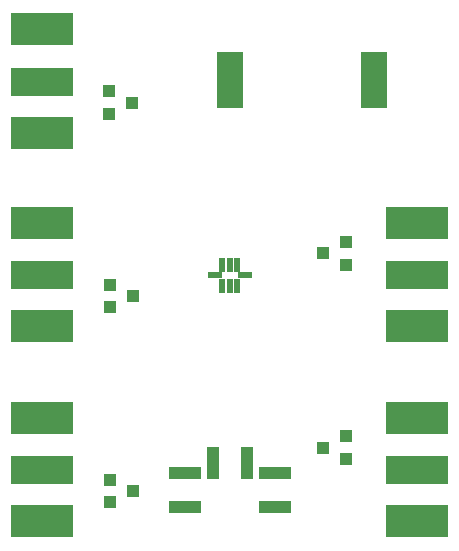
<source format=gbr>
G04 #@! TF.GenerationSoftware,KiCad,Pcbnew,(2017-05-02 revision e4d2924ee)-makepkg*
G04 #@! TF.CreationDate,2017-08-14T20:40:29-05:00*
G04 #@! TF.ProjectId,MiscRf,4D69736352662E6B696361645F706362,rev?*
G04 #@! TF.FileFunction,Soldermask,Top*
G04 #@! TF.FilePolarity,Negative*
%FSLAX46Y46*%
G04 Gerber Fmt 4.6, Leading zero omitted, Abs format (unit mm)*
G04 Created by KiCad (PCBNEW (2017-05-02 revision e4d2924ee)-makepkg) date 08/14/17 20:40:29*
%MOMM*%
%LPD*%
G01*
G04 APERTURE LIST*
%ADD10C,0.100000*%
%ADD11R,2.203200X4.703200*%
%ADD12R,1.103200X1.003200*%
%ADD13R,5.283200X2.819400*%
%ADD14R,5.283200X2.489200*%
%ADD15R,2.703200X1.103200*%
%ADD16R,1.103200X2.703200*%
%ADD17R,0.553200X1.203200*%
%ADD18R,1.203200X0.553200*%
G04 APERTURE END LIST*
D10*
D11*
X177165000Y-57150000D03*
X189365000Y-57150000D03*
D12*
X168910000Y-59055000D03*
X166910000Y-60005000D03*
X166910000Y-58105000D03*
X167005000Y-74488000D03*
X167005000Y-76388000D03*
X169005000Y-75438000D03*
X169005000Y-91948000D03*
X167005000Y-92898000D03*
X167005000Y-90998000D03*
X185055000Y-71816000D03*
X187055000Y-70866000D03*
X187055000Y-72766000D03*
X187055000Y-89215000D03*
X187055000Y-87315000D03*
X185055000Y-88265000D03*
D13*
X161290000Y-61595000D03*
X161290000Y-52832000D03*
D14*
X161290000Y-57277000D03*
X161290000Y-73660000D03*
D13*
X161290000Y-69215000D03*
X161290000Y-77978000D03*
X193040000Y-77978000D03*
X193040000Y-69215000D03*
D14*
X193040000Y-73660000D03*
X161290000Y-90170000D03*
D13*
X161290000Y-85725000D03*
X161290000Y-94488000D03*
X193040000Y-94488000D03*
X193040000Y-85725000D03*
D14*
X193040000Y-90170000D03*
D15*
X173355000Y-93271000D03*
X173355000Y-90371000D03*
D16*
X175715000Y-89535000D03*
X178615000Y-89535000D03*
D15*
X180975000Y-90371000D03*
X180975000Y-93271000D03*
D17*
X177815000Y-72760000D03*
X177165000Y-72760000D03*
X176515000Y-72760000D03*
D18*
X175890000Y-73660000D03*
D17*
X176515000Y-74560000D03*
X177165000Y-74560000D03*
X177815000Y-74560000D03*
D18*
X178440000Y-73660000D03*
M02*

</source>
